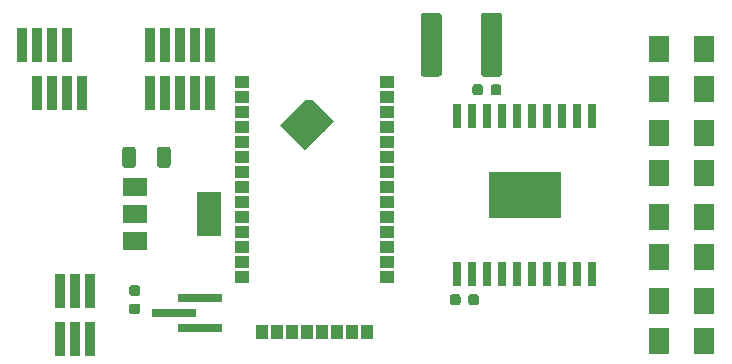
<source format=gbr>
%TF.GenerationSoftware,KiCad,Pcbnew,5.1.9-1.fc32*%
%TF.CreationDate,2021-03-18T16:00:35-07:00*%
%TF.ProjectId,motorbrainz,6d6f746f-7262-4726-9169-6e7a2e6b6963,1.0*%
%TF.SameCoordinates,Original*%
%TF.FileFunction,Paste,Top*%
%TF.FilePolarity,Positive*%
%FSLAX46Y46*%
G04 Gerber Fmt 4.6, Leading zero omitted, Abs format (unit mm)*
G04 Created by KiCad (PCBNEW 5.1.9-1.fc32) date 2021-03-18 16:00:35*
%MOMM*%
%LPD*%
G01*
G04 APERTURE LIST*
%ADD10C,0.010000*%
%ADD11R,0.740000X2.790000*%
%ADD12R,3.730000X0.740000*%
%ADD13R,1.000000X1.200000*%
%ADD14R,1.200000X1.000000*%
%ADD15C,0.100000*%
%ADD16R,0.700000X2.000000*%
%ADD17R,2.000000X3.800000*%
%ADD18R,2.000000X1.500000*%
%ADD19R,1.701800X2.209800*%
G04 APERTURE END LIST*
D10*
%TO.C,J7*%
G36*
X104510000Y-94359000D02*
G01*
X103770000Y-94359000D01*
X103770000Y-91569000D01*
X104510000Y-91569000D01*
X104510000Y-94359000D01*
G37*
X104510000Y-94359000D02*
X103770000Y-94359000D01*
X103770000Y-91569000D01*
X104510000Y-91569000D01*
X104510000Y-94359000D01*
G36*
X104510000Y-90295000D02*
G01*
X103770000Y-90295000D01*
X103770000Y-87505000D01*
X104510000Y-87505000D01*
X104510000Y-90295000D01*
G37*
X104510000Y-90295000D02*
X103770000Y-90295000D01*
X103770000Y-87505000D01*
X104510000Y-87505000D01*
X104510000Y-90295000D01*
G36*
X105780000Y-94359000D02*
G01*
X105040000Y-94359000D01*
X105040000Y-91569000D01*
X105780000Y-91569000D01*
X105780000Y-94359000D01*
G37*
X105780000Y-94359000D02*
X105040000Y-94359000D01*
X105040000Y-91569000D01*
X105780000Y-91569000D01*
X105780000Y-94359000D01*
G36*
X105780000Y-90295000D02*
G01*
X105040000Y-90295000D01*
X105040000Y-87505000D01*
X105780000Y-87505000D01*
X105780000Y-90295000D01*
G37*
X105780000Y-90295000D02*
X105040000Y-90295000D01*
X105040000Y-87505000D01*
X105780000Y-87505000D01*
X105780000Y-90295000D01*
G36*
X107050000Y-94359000D02*
G01*
X106310000Y-94359000D01*
X106310000Y-91569000D01*
X107050000Y-91569000D01*
X107050000Y-94359000D01*
G37*
X107050000Y-94359000D02*
X106310000Y-94359000D01*
X106310000Y-91569000D01*
X107050000Y-91569000D01*
X107050000Y-94359000D01*
G36*
X107050000Y-90295000D02*
G01*
X106310000Y-90295000D01*
X106310000Y-87505000D01*
X107050000Y-87505000D01*
X107050000Y-90295000D01*
G37*
X107050000Y-90295000D02*
X106310000Y-90295000D01*
X106310000Y-87505000D01*
X107050000Y-87505000D01*
X107050000Y-90295000D01*
G36*
X108320000Y-94359000D02*
G01*
X107580000Y-94359000D01*
X107580000Y-91569000D01*
X108320000Y-91569000D01*
X108320000Y-94359000D01*
G37*
X108320000Y-94359000D02*
X107580000Y-94359000D01*
X107580000Y-91569000D01*
X108320000Y-91569000D01*
X108320000Y-94359000D01*
G36*
X108320000Y-90295000D02*
G01*
X107580000Y-90295000D01*
X107580000Y-87505000D01*
X108320000Y-87505000D01*
X108320000Y-90295000D01*
G37*
X108320000Y-90295000D02*
X107580000Y-90295000D01*
X107580000Y-87505000D01*
X108320000Y-87505000D01*
X108320000Y-90295000D01*
G36*
X109590000Y-94359000D02*
G01*
X108850000Y-94359000D01*
X108850000Y-91569000D01*
X109590000Y-91569000D01*
X109590000Y-94359000D01*
G37*
X109590000Y-94359000D02*
X108850000Y-94359000D01*
X108850000Y-91569000D01*
X109590000Y-91569000D01*
X109590000Y-94359000D01*
G36*
X109590000Y-90295000D02*
G01*
X108850000Y-90295000D01*
X108850000Y-87505000D01*
X109590000Y-87505000D01*
X109590000Y-90295000D01*
G37*
X109590000Y-90295000D02*
X108850000Y-90295000D01*
X108850000Y-87505000D01*
X109590000Y-87505000D01*
X109590000Y-90295000D01*
%TO.C,J2*%
G36*
X96890000Y-115187000D02*
G01*
X96150000Y-115187000D01*
X96150000Y-112397000D01*
X96890000Y-112397000D01*
X96890000Y-115187000D01*
G37*
X96890000Y-115187000D02*
X96150000Y-115187000D01*
X96150000Y-112397000D01*
X96890000Y-112397000D01*
X96890000Y-115187000D01*
G36*
X96890000Y-111123000D02*
G01*
X96150000Y-111123000D01*
X96150000Y-108333000D01*
X96890000Y-108333000D01*
X96890000Y-111123000D01*
G37*
X96890000Y-111123000D02*
X96150000Y-111123000D01*
X96150000Y-108333000D01*
X96890000Y-108333000D01*
X96890000Y-111123000D01*
G36*
X98160000Y-115187000D02*
G01*
X97420000Y-115187000D01*
X97420000Y-112397000D01*
X98160000Y-112397000D01*
X98160000Y-115187000D01*
G37*
X98160000Y-115187000D02*
X97420000Y-115187000D01*
X97420000Y-112397000D01*
X98160000Y-112397000D01*
X98160000Y-115187000D01*
G36*
X98160000Y-111123000D02*
G01*
X97420000Y-111123000D01*
X97420000Y-108333000D01*
X98160000Y-108333000D01*
X98160000Y-111123000D01*
G37*
X98160000Y-111123000D02*
X97420000Y-111123000D01*
X97420000Y-108333000D01*
X98160000Y-108333000D01*
X98160000Y-111123000D01*
G36*
X99430000Y-115187000D02*
G01*
X98690000Y-115187000D01*
X98690000Y-112397000D01*
X99430000Y-112397000D01*
X99430000Y-115187000D01*
G37*
X99430000Y-115187000D02*
X98690000Y-115187000D01*
X98690000Y-112397000D01*
X99430000Y-112397000D01*
X99430000Y-115187000D01*
G36*
X99430000Y-111123000D02*
G01*
X98690000Y-111123000D01*
X98690000Y-108333000D01*
X99430000Y-108333000D01*
X99430000Y-111123000D01*
G37*
X99430000Y-111123000D02*
X98690000Y-111123000D01*
X98690000Y-108333000D01*
X99430000Y-108333000D01*
X99430000Y-111123000D01*
%TO.C,J1*%
G36*
X93715000Y-90295000D02*
G01*
X92975000Y-90295000D01*
X92975000Y-87505000D01*
X93715000Y-87505000D01*
X93715000Y-90295000D01*
G37*
X93715000Y-90295000D02*
X92975000Y-90295000D01*
X92975000Y-87505000D01*
X93715000Y-87505000D01*
X93715000Y-90295000D01*
G36*
X94985000Y-94359000D02*
G01*
X94245000Y-94359000D01*
X94245000Y-91569000D01*
X94985000Y-91569000D01*
X94985000Y-94359000D01*
G37*
X94985000Y-94359000D02*
X94245000Y-94359000D01*
X94245000Y-91569000D01*
X94985000Y-91569000D01*
X94985000Y-94359000D01*
G36*
X94985000Y-90295000D02*
G01*
X94245000Y-90295000D01*
X94245000Y-87505000D01*
X94985000Y-87505000D01*
X94985000Y-90295000D01*
G37*
X94985000Y-90295000D02*
X94245000Y-90295000D01*
X94245000Y-87505000D01*
X94985000Y-87505000D01*
X94985000Y-90295000D01*
G36*
X96255000Y-94359000D02*
G01*
X95515000Y-94359000D01*
X95515000Y-91569000D01*
X96255000Y-91569000D01*
X96255000Y-94359000D01*
G37*
X96255000Y-94359000D02*
X95515000Y-94359000D01*
X95515000Y-91569000D01*
X96255000Y-91569000D01*
X96255000Y-94359000D01*
G36*
X96255000Y-90295000D02*
G01*
X95515000Y-90295000D01*
X95515000Y-87505000D01*
X96255000Y-87505000D01*
X96255000Y-90295000D01*
G37*
X96255000Y-90295000D02*
X95515000Y-90295000D01*
X95515000Y-87505000D01*
X96255000Y-87505000D01*
X96255000Y-90295000D01*
G36*
X97525000Y-94359000D02*
G01*
X96785000Y-94359000D01*
X96785000Y-91569000D01*
X97525000Y-91569000D01*
X97525000Y-94359000D01*
G37*
X97525000Y-94359000D02*
X96785000Y-94359000D01*
X96785000Y-91569000D01*
X97525000Y-91569000D01*
X97525000Y-94359000D01*
G36*
X97525000Y-90295000D02*
G01*
X96785000Y-90295000D01*
X96785000Y-87505000D01*
X97525000Y-87505000D01*
X97525000Y-90295000D01*
G37*
X97525000Y-90295000D02*
X96785000Y-90295000D01*
X96785000Y-87505000D01*
X97525000Y-87505000D01*
X97525000Y-90295000D01*
G36*
X98795000Y-94359000D02*
G01*
X98055000Y-94359000D01*
X98055000Y-91569000D01*
X98795000Y-91569000D01*
X98795000Y-94359000D01*
G37*
X98795000Y-94359000D02*
X98055000Y-94359000D01*
X98055000Y-91569000D01*
X98795000Y-91569000D01*
X98795000Y-94359000D01*
%TO.C,U1*%
G36*
X117023200Y-97215900D02*
G01*
X117023200Y-96453900D01*
X117785200Y-96453900D01*
X117785200Y-97215900D01*
X117023200Y-97215900D01*
G37*
X117023200Y-97215900D02*
X117023200Y-96453900D01*
X117785200Y-96453900D01*
X117785200Y-97215900D01*
X117023200Y-97215900D01*
G36*
X116058000Y-96276100D02*
G01*
X116058000Y-95514100D01*
X116820000Y-95514100D01*
X116820000Y-96276100D01*
X116058000Y-96276100D01*
G37*
X116058000Y-96276100D02*
X116058000Y-95514100D01*
X116820000Y-95514100D01*
X116820000Y-96276100D01*
X116058000Y-96276100D01*
G36*
X118140800Y-96174500D02*
G01*
X118140800Y-95412500D01*
X118902800Y-95412500D01*
X118902800Y-96174500D01*
X118140800Y-96174500D01*
G37*
X118140800Y-96174500D02*
X118140800Y-95412500D01*
X118902800Y-95412500D01*
X118902800Y-96174500D01*
X118140800Y-96174500D01*
G36*
X117124800Y-95158500D02*
G01*
X117124800Y-94396500D01*
X117886800Y-94396500D01*
X117886800Y-95158500D01*
X117124800Y-95158500D01*
G37*
X117124800Y-95158500D02*
X117124800Y-94396500D01*
X117886800Y-94396500D01*
X117886800Y-95158500D01*
X117124800Y-95158500D01*
%TO.C,U2*%
G36*
X138890000Y-99699330D02*
G01*
X138890000Y-103500000D01*
X132888940Y-103500000D01*
X132888940Y-99699330D01*
X138890000Y-99699330D01*
G37*
X138890000Y-99699330D02*
X138890000Y-103500000D01*
X132888940Y-103500000D01*
X132888940Y-99699330D01*
X138890000Y-99699330D01*
%TD*%
D11*
%TO.C,J7*%
X104140000Y-92964000D03*
X104140000Y-88900000D03*
X105410000Y-92964000D03*
X105410000Y-88900000D03*
X106680000Y-92964000D03*
X106680000Y-88900000D03*
X107950000Y-92964000D03*
X107950000Y-88900000D03*
X109220000Y-92964000D03*
X109220000Y-88900000D03*
%TD*%
D12*
%TO.C,J6*%
X108445000Y-112839500D03*
X106185000Y-111569500D03*
X108445000Y-110299500D03*
%TD*%
%TO.C,C2*%
G36*
G01*
X102986000Y-97774999D02*
X102986000Y-99075001D01*
G75*
G02*
X102736001Y-99325000I-249999J0D01*
G01*
X102085999Y-99325000D01*
G75*
G02*
X101836000Y-99075001I0J249999D01*
G01*
X101836000Y-97774999D01*
G75*
G02*
X102085999Y-97525000I249999J0D01*
G01*
X102736001Y-97525000D01*
G75*
G02*
X102986000Y-97774999I0J-249999D01*
G01*
G37*
G36*
G01*
X105936000Y-97774999D02*
X105936000Y-99075001D01*
G75*
G02*
X105686001Y-99325000I-249999J0D01*
G01*
X105035999Y-99325000D01*
G75*
G02*
X104786000Y-99075001I0J249999D01*
G01*
X104786000Y-97774999D01*
G75*
G02*
X105035999Y-97525000I249999J0D01*
G01*
X105686001Y-97525000D01*
G75*
G02*
X105936000Y-97774999I0J-249999D01*
G01*
G37*
%TD*%
%TO.C,C5*%
G36*
G01*
X128906000Y-86450000D02*
X128906000Y-91350000D01*
G75*
G02*
X128656000Y-91600000I-250000J0D01*
G01*
X127356000Y-91600000D01*
G75*
G02*
X127106000Y-91350000I0J250000D01*
G01*
X127106000Y-86450000D01*
G75*
G02*
X127356000Y-86200000I250000J0D01*
G01*
X128656000Y-86200000D01*
G75*
G02*
X128906000Y-86450000I0J-250000D01*
G01*
G37*
G36*
G01*
X134006000Y-86450000D02*
X134006000Y-91350000D01*
G75*
G02*
X133756000Y-91600000I-250000J0D01*
G01*
X132456000Y-91600000D01*
G75*
G02*
X132206000Y-91350000I0J250000D01*
G01*
X132206000Y-86450000D01*
G75*
G02*
X132456000Y-86200000I250000J0D01*
G01*
X133756000Y-86200000D01*
G75*
G02*
X134006000Y-86450000I0J-250000D01*
G01*
G37*
%TD*%
D11*
%TO.C,J2*%
X96520000Y-113792000D03*
X96520000Y-109728000D03*
X97790000Y-113792000D03*
X97790000Y-109728000D03*
X99060000Y-113792000D03*
X99060000Y-109728000D03*
%TD*%
%TO.C,J1*%
X93345000Y-88900000D03*
X94615000Y-92964000D03*
X94615000Y-88900000D03*
X95885000Y-92964000D03*
X95885000Y-88900000D03*
X97155000Y-92964000D03*
X97155000Y-88900000D03*
X98425000Y-92964000D03*
%TD*%
D13*
%TO.C,U1*%
X122555000Y-113248900D03*
X121285000Y-113248900D03*
X120015000Y-113248900D03*
X118745000Y-113248900D03*
X117475000Y-113248900D03*
X116205000Y-113248900D03*
X114935000Y-113248900D03*
X113665000Y-113248900D03*
D14*
X111950000Y-92075000D03*
X111950000Y-93345000D03*
X111950000Y-94615000D03*
X111950000Y-95885000D03*
X111950000Y-97155000D03*
X111950000Y-98425000D03*
X111950000Y-99695000D03*
X111950000Y-100965000D03*
X111950000Y-102235000D03*
X111950000Y-103505000D03*
X111950000Y-104775000D03*
X111950000Y-106045000D03*
X111950000Y-107315000D03*
X111950000Y-108585000D03*
X124290000Y-92063700D03*
X124290000Y-93333700D03*
X124290000Y-94603700D03*
X124290000Y-95873700D03*
X124290000Y-97143700D03*
X124290000Y-98413700D03*
X124290000Y-99683700D03*
X124290000Y-100953700D03*
X124290000Y-102223700D03*
X124290000Y-103493700D03*
X124290000Y-104763700D03*
X124290000Y-106033700D03*
X124290000Y-107303700D03*
X124290000Y-108573700D03*
D15*
G36*
X115189951Y-95698890D02*
G01*
X115189954Y-95698881D01*
X115189958Y-95698872D01*
X117309972Y-93578858D01*
X117309981Y-93578854D01*
X117309990Y-93578851D01*
X117310000Y-93578850D01*
X117980000Y-93578850D01*
X117980010Y-93578851D01*
X117980019Y-93578854D01*
X117980028Y-93578858D01*
X117980035Y-93578865D01*
X119770035Y-95378865D01*
X119770042Y-95378872D01*
X119770046Y-95378881D01*
X119770049Y-95378890D01*
X119770050Y-95378900D01*
X119770049Y-95378910D01*
X119770046Y-95378919D01*
X119770041Y-95378928D01*
X119770035Y-95378935D01*
X117310035Y-97828935D01*
X117310028Y-97828942D01*
X117310019Y-97828946D01*
X117310010Y-97828949D01*
X117310000Y-97828950D01*
X117309990Y-97828949D01*
X117309981Y-97828946D01*
X117309972Y-97828942D01*
X117309965Y-97828935D01*
X115189965Y-95698935D01*
X115189958Y-95698928D01*
X115189954Y-95698919D01*
X115189951Y-95698910D01*
X115189950Y-95698900D01*
X115189951Y-95698890D01*
G37*
%TD*%
D16*
%TO.C,U2*%
X141605000Y-108300000D03*
X140335000Y-108300000D03*
X139065000Y-108300000D03*
X137795000Y-108300000D03*
X136525000Y-108300000D03*
X135255000Y-108300000D03*
X133985000Y-108300000D03*
X132715000Y-108300000D03*
X131445000Y-108300000D03*
X130175000Y-108300000D03*
X130175000Y-94900000D03*
X131445000Y-94900000D03*
X132715000Y-94900000D03*
X133985000Y-94900000D03*
X135255000Y-94900000D03*
X136525000Y-94900000D03*
X137795000Y-94900000D03*
X139065000Y-94900000D03*
X140335000Y-94900000D03*
X141605000Y-94900000D03*
%TD*%
%TO.C,C4*%
G36*
G01*
X132390000Y-92460000D02*
X132390000Y-92960000D01*
G75*
G02*
X132165000Y-93185000I-225000J0D01*
G01*
X131715000Y-93185000D01*
G75*
G02*
X131490000Y-92960000I0J225000D01*
G01*
X131490000Y-92460000D01*
G75*
G02*
X131715000Y-92235000I225000J0D01*
G01*
X132165000Y-92235000D01*
G75*
G02*
X132390000Y-92460000I0J-225000D01*
G01*
G37*
G36*
G01*
X133940000Y-92460000D02*
X133940000Y-92960000D01*
G75*
G02*
X133715000Y-93185000I-225000J0D01*
G01*
X133265000Y-93185000D01*
G75*
G02*
X133040000Y-92960000I0J225000D01*
G01*
X133040000Y-92460000D01*
G75*
G02*
X133265000Y-92235000I225000J0D01*
G01*
X133715000Y-92235000D01*
G75*
G02*
X133940000Y-92460000I0J-225000D01*
G01*
G37*
%TD*%
D17*
%TO.C,U11*%
X109195000Y-103251000D03*
D18*
X102895000Y-103251000D03*
X102895000Y-105551000D03*
X102895000Y-100951000D03*
%TD*%
%TO.C,C3*%
G36*
G01*
X130485000Y-110240000D02*
X130485000Y-110740000D01*
G75*
G02*
X130260000Y-110965000I-225000J0D01*
G01*
X129810000Y-110965000D01*
G75*
G02*
X129585000Y-110740000I0J225000D01*
G01*
X129585000Y-110240000D01*
G75*
G02*
X129810000Y-110015000I225000J0D01*
G01*
X130260000Y-110015000D01*
G75*
G02*
X130485000Y-110240000I0J-225000D01*
G01*
G37*
G36*
G01*
X132035000Y-110240000D02*
X132035000Y-110740000D01*
G75*
G02*
X131810000Y-110965000I-225000J0D01*
G01*
X131360000Y-110965000D01*
G75*
G02*
X131135000Y-110740000I0J225000D01*
G01*
X131135000Y-110240000D01*
G75*
G02*
X131360000Y-110015000I225000J0D01*
G01*
X131810000Y-110015000D01*
G75*
G02*
X132035000Y-110240000I0J-225000D01*
G01*
G37*
%TD*%
%TO.C,C1*%
G36*
G01*
X102645000Y-109265000D02*
X103145000Y-109265000D01*
G75*
G02*
X103370000Y-109490000I0J-225000D01*
G01*
X103370000Y-109940000D01*
G75*
G02*
X103145000Y-110165000I-225000J0D01*
G01*
X102645000Y-110165000D01*
G75*
G02*
X102420000Y-109940000I0J225000D01*
G01*
X102420000Y-109490000D01*
G75*
G02*
X102645000Y-109265000I225000J0D01*
G01*
G37*
G36*
G01*
X102645000Y-110815000D02*
X103145000Y-110815000D01*
G75*
G02*
X103370000Y-111040000I0J-225000D01*
G01*
X103370000Y-111490000D01*
G75*
G02*
X103145000Y-111715000I-225000J0D01*
G01*
X102645000Y-111715000D01*
G75*
G02*
X102420000Y-111490000I0J225000D01*
G01*
X102420000Y-111040000D01*
G75*
G02*
X102645000Y-110815000I225000J0D01*
G01*
G37*
%TD*%
D19*
%TO.C,U10*%
X147320000Y-103454200D03*
X147320000Y-106857800D03*
%TD*%
%TO.C,U9*%
X151130000Y-106857800D03*
X151130000Y-103454200D03*
%TD*%
%TO.C,U8*%
X147320000Y-113969800D03*
X147320000Y-110566200D03*
%TD*%
%TO.C,U7*%
X151130000Y-110566200D03*
X151130000Y-113969800D03*
%TD*%
%TO.C,U6*%
X147320000Y-89230200D03*
X147320000Y-92633800D03*
%TD*%
%TO.C,U5*%
X151130000Y-92633800D03*
X151130000Y-89230200D03*
%TD*%
%TO.C,U4*%
X147320000Y-99745800D03*
X147320000Y-96342200D03*
%TD*%
%TO.C,U3*%
X151130000Y-96342200D03*
X151130000Y-99745800D03*
%TD*%
M02*

</source>
